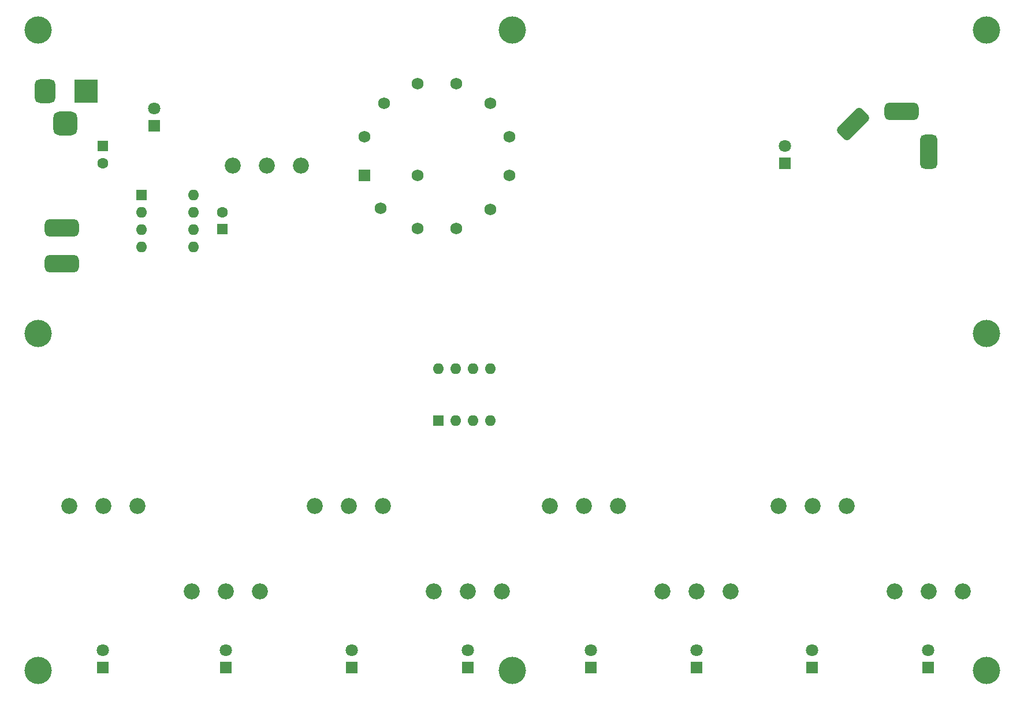
<source format=gbr>
%TF.GenerationSoftware,KiCad,Pcbnew,8.0.3*%
%TF.CreationDate,2024-06-17T23:08:04+02:00*%
%TF.ProjectId,Sequenceur,53657175-656e-4636-9575-722e6b696361,rev?*%
%TF.SameCoordinates,PX4add0a0PY8e93060*%
%TF.FileFunction,Soldermask,Bot*%
%TF.FilePolarity,Negative*%
%FSLAX46Y46*%
G04 Gerber Fmt 4.6, Leading zero omitted, Abs format (unit mm)*
G04 Created by KiCad (PCBNEW 8.0.3) date 2024-06-17 23:08:04*
%MOMM*%
%LPD*%
G01*
G04 APERTURE LIST*
G04 Aperture macros list*
%AMRoundRect*
0 Rectangle with rounded corners*
0 $1 Rounding radius*
0 $2 $3 $4 $5 $6 $7 $8 $9 X,Y pos of 4 corners*
0 Add a 4 corners polygon primitive as box body*
4,1,4,$2,$3,$4,$5,$6,$7,$8,$9,$2,$3,0*
0 Add four circle primitives for the rounded corners*
1,1,$1+$1,$2,$3*
1,1,$1+$1,$4,$5*
1,1,$1+$1,$6,$7*
1,1,$1+$1,$8,$9*
0 Add four rect primitives between the rounded corners*
20,1,$1+$1,$2,$3,$4,$5,0*
20,1,$1+$1,$4,$5,$6,$7,0*
20,1,$1+$1,$6,$7,$8,$9,0*
20,1,$1+$1,$8,$9,$2,$3,0*%
G04 Aperture macros list end*
%ADD10R,3.500000X3.500000*%
%ADD11RoundRect,0.750000X-0.750000X-1.000000X0.750000X-1.000000X0.750000X1.000000X-0.750000X1.000000X0*%
%ADD12RoundRect,0.875000X-0.875000X-0.875000X0.875000X-0.875000X0.875000X0.875000X-0.875000X0.875000X0*%
%ADD13RoundRect,0.625000X1.767767X0.883883X0.883883X1.767767X-1.767767X-0.883883X-0.883883X-1.767767X0*%
%ADD14RoundRect,0.625000X-0.625000X-1.875000X0.625000X-1.875000X0.625000X1.875000X-0.625000X1.875000X0*%
%ADD15RoundRect,0.625000X-1.875000X0.625000X-1.875000X-0.625000X1.875000X-0.625000X1.875000X0.625000X0*%
%ADD16RoundRect,0.625000X1.875000X-0.625000X1.875000X0.625000X-1.875000X0.625000X-1.875000X-0.625000X0*%
%ADD17C,4.000000*%
%ADD18C,2.340000*%
%ADD19R,1.800000X1.800000*%
%ADD20C,1.800000*%
%ADD21R,1.600000X1.600000*%
%ADD22O,1.600000X1.600000*%
%ADD23C,1.600000*%
%ADD24R,1.755000X1.755000*%
%ADD25C,1.750000*%
%ADD26C,1.755000*%
G04 APERTURE END LIST*
D10*
%TO.C,J1*%
X10000000Y88000000D03*
D11*
X4000000Y88000000D03*
D12*
X7000000Y83300000D03*
%TD*%
D13*
%TO.C,J2*%
X122503806Y83212500D03*
D14*
X133600000Y79112500D03*
D15*
X129600000Y85112500D03*
%TD*%
D16*
%TO.C,SW1*%
X6500000Y62750000D03*
X6500000Y68000000D03*
%TD*%
D17*
%TO.C,*%
X142000000Y97000000D03*
%TD*%
%TO.C,*%
X3000000Y52500000D03*
%TD*%
%TO.C,*%
X142000000Y52500000D03*
%TD*%
%TO.C,*%
X72500000Y3000000D03*
%TD*%
%TO.C,*%
X72500000Y97000000D03*
%TD*%
%TO.C,*%
X142000000Y3000000D03*
%TD*%
%TO.C,*%
X3000000Y3000000D03*
%TD*%
%TO.C,*%
X3000000Y97000000D03*
%TD*%
D18*
%TO.C,RV8*%
X111547000Y27158000D03*
X116547000Y27158000D03*
X121547000Y27158000D03*
%TD*%
%TO.C,RV5*%
X78047000Y27158000D03*
X83047000Y27158000D03*
X88047000Y27158000D03*
%TD*%
D19*
%TO.C,D5*%
X84000000Y3500000D03*
D20*
X84000000Y6040000D03*
%TD*%
D18*
%TO.C,RV1*%
X7547000Y27158000D03*
X12547000Y27158000D03*
X17547000Y27158000D03*
%TD*%
D19*
%TO.C,D7*%
X116500000Y3500000D03*
D20*
X116500000Y6040000D03*
%TD*%
D19*
%TO.C,D2*%
X30500000Y3500000D03*
D20*
X30500000Y6040000D03*
%TD*%
D21*
%TO.C,U1*%
X18200000Y72800000D03*
D22*
X18200000Y70260000D03*
X18200000Y67720000D03*
X18200000Y65180000D03*
X25820000Y65180000D03*
X25820000Y67720000D03*
X25820000Y70260000D03*
X25820000Y72800000D03*
%TD*%
D19*
%TO.C,D3*%
X49000000Y3500000D03*
D20*
X49000000Y6040000D03*
%TD*%
D18*
%TO.C,RV2*%
X25547000Y14658000D03*
X30547000Y14658000D03*
X35547000Y14658000D03*
%TD*%
D21*
%TO.C,C1*%
X12500000Y80000000D03*
D23*
X12500000Y77500000D03*
%TD*%
D21*
%TO.C,C4*%
X30000000Y67794888D03*
D23*
X30000000Y70294888D03*
%TD*%
D19*
%TO.C,D8*%
X133500000Y3500000D03*
D20*
X133500000Y6040000D03*
%TD*%
D19*
%TO.C,D10*%
X112500000Y77460000D03*
D20*
X112500000Y80000000D03*
%TD*%
D19*
%TO.C,D4*%
X66000000Y3500000D03*
D20*
X66000000Y6040000D03*
%TD*%
D19*
%TO.C,D6*%
X99500000Y3500000D03*
D20*
X99500000Y6040000D03*
%TD*%
D19*
%TO.C,D1*%
X12500000Y3500000D03*
D20*
X12500000Y6040000D03*
%TD*%
D21*
%TO.C,U2*%
X61700000Y39700000D03*
D22*
X64240000Y39700000D03*
X66780000Y39700000D03*
X69320000Y39700000D03*
X69320000Y47320000D03*
X66780000Y47320000D03*
X64240000Y47320000D03*
X61700000Y47320000D03*
%TD*%
D18*
%TO.C,RV4*%
X61000000Y14658000D03*
X66000000Y14658000D03*
X71000000Y14658000D03*
%TD*%
%TO.C,RV9*%
X128547000Y14658000D03*
X133547000Y14658000D03*
X138547000Y14658000D03*
%TD*%
%TO.C,RV6*%
X94547000Y14658000D03*
X99547000Y14658000D03*
X104547000Y14658000D03*
%TD*%
D24*
%TO.C,SW2*%
X50874816Y75652991D03*
D25*
X53245000Y70880000D03*
X58652991Y67874816D03*
X64347009Y67874816D03*
D26*
X69278175Y70721825D03*
D25*
X72125184Y75652991D03*
X72125184Y81347009D03*
D26*
X69278175Y86278175D03*
D25*
X64347009Y89125184D03*
X58652991Y89125184D03*
X53721825Y86278175D03*
X50874816Y81347009D03*
D26*
X58671573Y75671573D03*
%TD*%
D18*
%TO.C,RV3*%
X43547000Y27158000D03*
X48547000Y27158000D03*
X53547000Y27158000D03*
%TD*%
D19*
%TO.C,D9*%
X20000000Y82960000D03*
D20*
X20000000Y85500000D03*
%TD*%
D18*
%TO.C,RV7*%
X31547000Y77158000D03*
X36547000Y77158000D03*
X41547000Y77158000D03*
%TD*%
M02*

</source>
